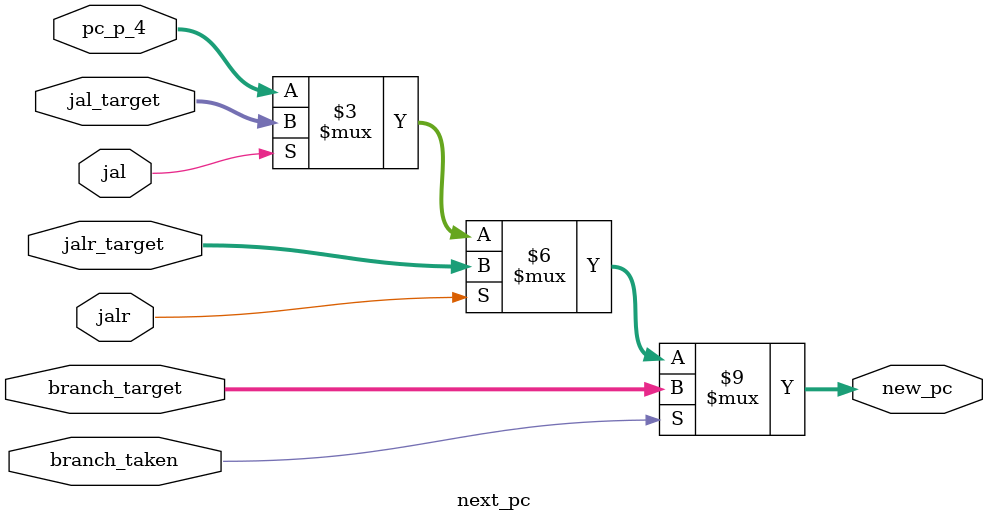
<source format=v>
module next_pc(input branch_taken,
               input jalr,
               input jal,
               input [31:0] branch_target,
               input [31:0] jalr_target,
               input [31:0] jal_target,
               input [31:0] pc_p_4,
               output reg [31:0] new_pc);
  
  always @(*) begin
    if (branch_taken) begin
      new_pc <= branch_target;
      end else if (jalr) begin
      new_pc <= jalr_target;
      end else if (jal) begin
      new_pc <= jal_target;
      end else begin
      new_pc <= pc_p_4;
    end
  end
  
endmodule

</source>
